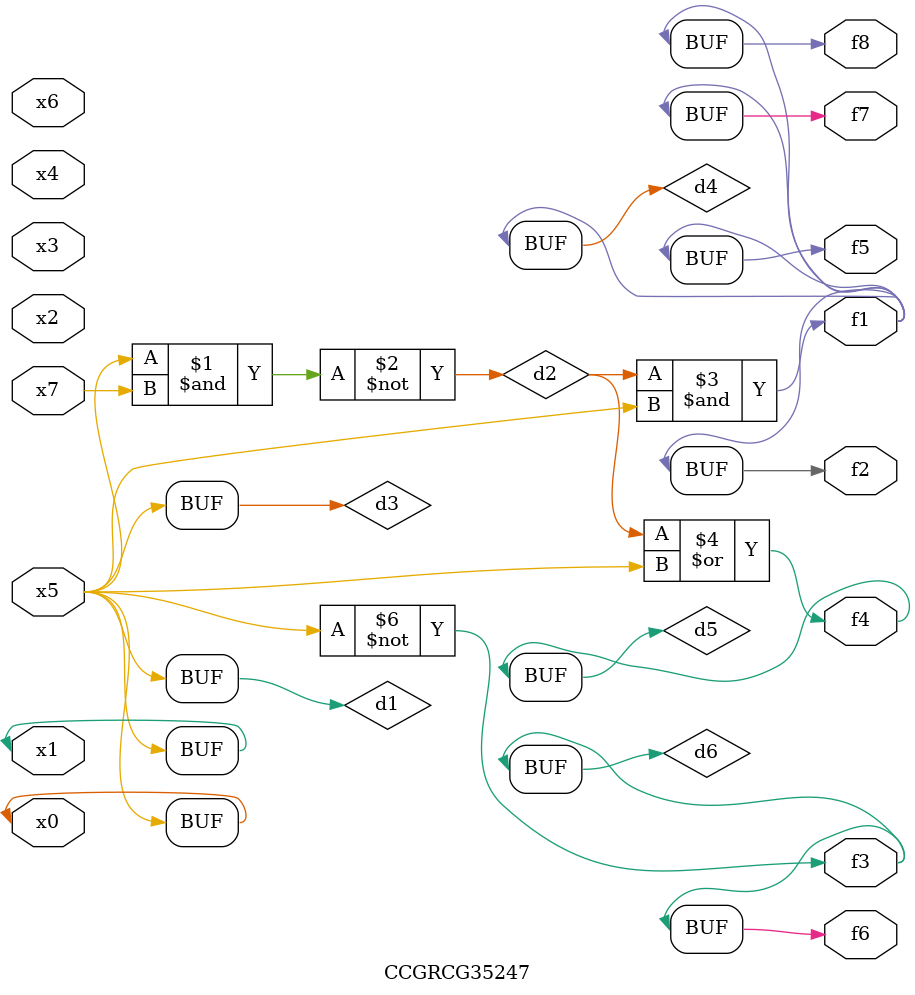
<source format=v>
module CCGRCG35247(
	input x0, x1, x2, x3, x4, x5, x6, x7,
	output f1, f2, f3, f4, f5, f6, f7, f8
);

	wire d1, d2, d3, d4, d5, d6;

	buf (d1, x0, x5);
	nand (d2, x5, x7);
	buf (d3, x0, x1);
	and (d4, d2, d3);
	or (d5, d2, d3);
	nor (d6, d1, d3);
	assign f1 = d4;
	assign f2 = d4;
	assign f3 = d6;
	assign f4 = d5;
	assign f5 = d4;
	assign f6 = d6;
	assign f7 = d4;
	assign f8 = d4;
endmodule

</source>
